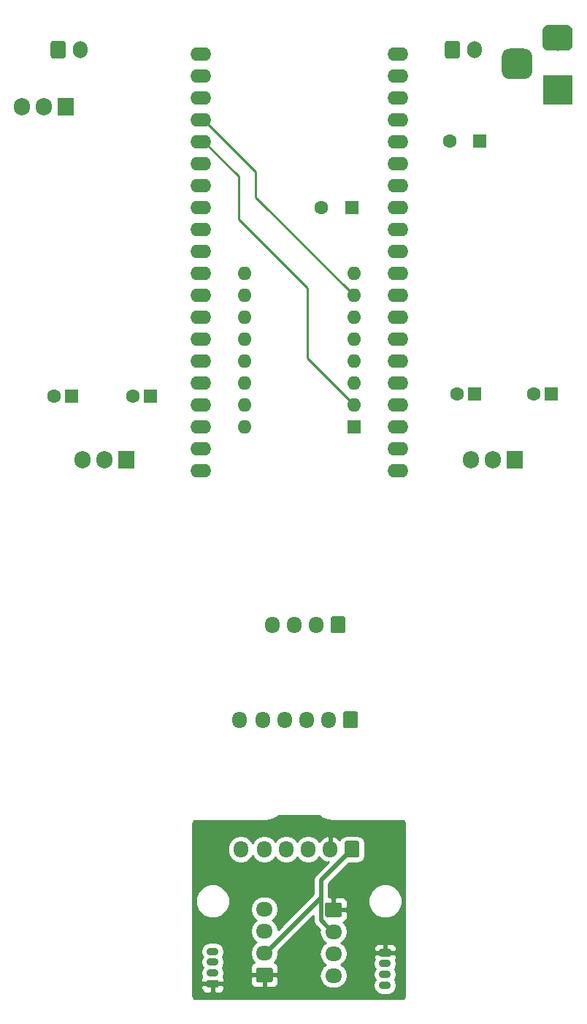
<source format=gbr>
G04 #@! TF.GenerationSoftware,KiCad,Pcbnew,(5.0.1-3-g963ef8bb5)*
G04 #@! TF.CreationDate,2018-11-18T00:16:37+02:00*
G04 #@! TF.ProjectId,volaser,766F6C617365722E6B696361645F7063,rev?*
G04 #@! TF.SameCoordinates,Original*
G04 #@! TF.FileFunction,Copper,L2,Bot,Signal*
G04 #@! TF.FilePolarity,Positive*
%FSLAX46Y46*%
G04 Gerber Fmt 4.6, Leading zero omitted, Abs format (unit mm)*
G04 Created by KiCad (PCBNEW (5.0.1-3-g963ef8bb5)) date Sunday, November 18, 2018 at 12:16:37 AM*
%MOMM*%
%LPD*%
G01*
G04 APERTURE LIST*
G04 #@! TA.AperFunction,Conductor*
%ADD10C,0.100000*%
G04 #@! TD*
G04 #@! TA.AperFunction,ComponentPad*
%ADD11C,1.700000*%
G04 #@! TD*
G04 #@! TA.AperFunction,ComponentPad*
%ADD12O,1.700000X1.950000*%
G04 #@! TD*
G04 #@! TA.AperFunction,ComponentPad*
%ADD13R,3.500000X3.500000*%
G04 #@! TD*
G04 #@! TA.AperFunction,ComponentPad*
%ADD14C,3.000000*%
G04 #@! TD*
G04 #@! TA.AperFunction,ComponentPad*
%ADD15C,3.500000*%
G04 #@! TD*
G04 #@! TA.AperFunction,ComponentPad*
%ADD16R,1.600000X1.600000*%
G04 #@! TD*
G04 #@! TA.AperFunction,ComponentPad*
%ADD17O,1.600000X1.600000*%
G04 #@! TD*
G04 #@! TA.AperFunction,ComponentPad*
%ADD18O,1.905000X2.000000*%
G04 #@! TD*
G04 #@! TA.AperFunction,ComponentPad*
%ADD19R,1.905000X2.000000*%
G04 #@! TD*
G04 #@! TA.AperFunction,ComponentPad*
%ADD20O,2.400000X1.600000*%
G04 #@! TD*
G04 #@! TA.AperFunction,ComponentPad*
%ADD21O,1.700000X2.000000*%
G04 #@! TD*
G04 #@! TA.AperFunction,ComponentPad*
%ADD22C,1.600000*%
G04 #@! TD*
G04 #@! TA.AperFunction,ComponentPad*
%ADD23O,1.950000X1.700000*%
G04 #@! TD*
G04 #@! TA.AperFunction,ComponentPad*
%ADD24O,1.400000X0.900000*%
G04 #@! TD*
G04 #@! TA.AperFunction,ComponentPad*
%ADD25C,0.900000*%
G04 #@! TD*
G04 #@! TA.AperFunction,Conductor*
%ADD26C,0.250000*%
G04 #@! TD*
G04 #@! TA.AperFunction,Conductor*
%ADD27C,0.500000*%
G04 #@! TD*
G04 #@! TA.AperFunction,Conductor*
%ADD28C,0.254000*%
G04 #@! TD*
G04 APERTURE END LIST*
D10*
G04 #@! TO.N,+5V*
G04 #@! TO.C,S1*
G36*
X111784504Y-137026204D02*
X111808773Y-137029804D01*
X111832571Y-137035765D01*
X111855671Y-137044030D01*
X111877849Y-137054520D01*
X111898893Y-137067133D01*
X111918598Y-137081747D01*
X111936777Y-137098223D01*
X111953253Y-137116402D01*
X111967867Y-137136107D01*
X111980480Y-137157151D01*
X111990970Y-137179329D01*
X111999235Y-137202429D01*
X112005196Y-137226227D01*
X112008796Y-137250496D01*
X112010000Y-137275000D01*
X112010000Y-138725000D01*
X112008796Y-138749504D01*
X112005196Y-138773773D01*
X111999235Y-138797571D01*
X111990970Y-138820671D01*
X111980480Y-138842849D01*
X111967867Y-138863893D01*
X111953253Y-138883598D01*
X111936777Y-138901777D01*
X111918598Y-138918253D01*
X111898893Y-138932867D01*
X111877849Y-138945480D01*
X111855671Y-138955970D01*
X111832571Y-138964235D01*
X111808773Y-138970196D01*
X111784504Y-138973796D01*
X111760000Y-138975000D01*
X110560000Y-138975000D01*
X110535496Y-138973796D01*
X110511227Y-138970196D01*
X110487429Y-138964235D01*
X110464329Y-138955970D01*
X110442151Y-138945480D01*
X110421107Y-138932867D01*
X110401402Y-138918253D01*
X110383223Y-138901777D01*
X110366747Y-138883598D01*
X110352133Y-138863893D01*
X110339520Y-138842849D01*
X110329030Y-138820671D01*
X110320765Y-138797571D01*
X110314804Y-138773773D01*
X110311204Y-138749504D01*
X110310000Y-138725000D01*
X110310000Y-137275000D01*
X110311204Y-137250496D01*
X110314804Y-137226227D01*
X110320765Y-137202429D01*
X110329030Y-137179329D01*
X110339520Y-137157151D01*
X110352133Y-137136107D01*
X110366747Y-137116402D01*
X110383223Y-137098223D01*
X110401402Y-137081747D01*
X110421107Y-137067133D01*
X110442151Y-137054520D01*
X110464329Y-137044030D01*
X110487429Y-137035765D01*
X110511227Y-137029804D01*
X110535496Y-137026204D01*
X110560000Y-137025000D01*
X111760000Y-137025000D01*
X111784504Y-137026204D01*
X111784504Y-137026204D01*
G37*
D11*
G04 #@! TD*
G04 #@! TO.P,S1,1*
G04 #@! TO.N,+5V*
X111160000Y-138000000D03*
D12*
G04 #@! TO.P,S1,2*
G04 #@! TO.N,GND*
X108620000Y-138000000D03*
G04 #@! TO.P,S1,3*
G04 #@! TO.N,/LaserV_RX*
X106080000Y-138000000D03*
G04 #@! TO.P,S1,4*
G04 #@! TO.N,/LaserV_TX*
X103540000Y-138000000D03*
G04 #@! TO.P,S1,5*
G04 #@! TO.N,/LaserH_RX*
X101000000Y-138000000D03*
G04 #@! TO.P,S1,6*
G04 #@! TO.N,/LaserH_TX*
X98260000Y-138000000D03*
G04 #@! TD*
D13*
G04 #@! TO.P,J4,1*
G04 #@! TO.N,Net-(BT1-Pad1)*
X135000000Y-50000000D03*
D10*
G04 #@! TD*
G04 #@! TO.N,GND*
G04 #@! TO.C,J4*
G36*
X136073513Y-42503611D02*
X136146318Y-42514411D01*
X136217714Y-42532295D01*
X136287013Y-42557090D01*
X136353548Y-42588559D01*
X136416678Y-42626398D01*
X136475795Y-42670242D01*
X136530330Y-42719670D01*
X136579758Y-42774205D01*
X136623602Y-42833322D01*
X136661441Y-42896452D01*
X136692910Y-42962987D01*
X136717705Y-43032286D01*
X136735589Y-43103682D01*
X136746389Y-43176487D01*
X136750000Y-43250000D01*
X136750000Y-44750000D01*
X136746389Y-44823513D01*
X136735589Y-44896318D01*
X136717705Y-44967714D01*
X136692910Y-45037013D01*
X136661441Y-45103548D01*
X136623602Y-45166678D01*
X136579758Y-45225795D01*
X136530330Y-45280330D01*
X136475795Y-45329758D01*
X136416678Y-45373602D01*
X136353548Y-45411441D01*
X136287013Y-45442910D01*
X136217714Y-45467705D01*
X136146318Y-45485589D01*
X136073513Y-45496389D01*
X136000000Y-45500000D01*
X134000000Y-45500000D01*
X133926487Y-45496389D01*
X133853682Y-45485589D01*
X133782286Y-45467705D01*
X133712987Y-45442910D01*
X133646452Y-45411441D01*
X133583322Y-45373602D01*
X133524205Y-45329758D01*
X133469670Y-45280330D01*
X133420242Y-45225795D01*
X133376398Y-45166678D01*
X133338559Y-45103548D01*
X133307090Y-45037013D01*
X133282295Y-44967714D01*
X133264411Y-44896318D01*
X133253611Y-44823513D01*
X133250000Y-44750000D01*
X133250000Y-43250000D01*
X133253611Y-43176487D01*
X133264411Y-43103682D01*
X133282295Y-43032286D01*
X133307090Y-42962987D01*
X133338559Y-42896452D01*
X133376398Y-42833322D01*
X133420242Y-42774205D01*
X133469670Y-42719670D01*
X133524205Y-42670242D01*
X133583322Y-42626398D01*
X133646452Y-42588559D01*
X133712987Y-42557090D01*
X133782286Y-42532295D01*
X133853682Y-42514411D01*
X133926487Y-42503611D01*
X134000000Y-42500000D01*
X136000000Y-42500000D01*
X136073513Y-42503611D01*
X136073513Y-42503611D01*
G37*
D14*
G04 #@! TO.P,J4,2*
G04 #@! TO.N,GND*
X135000000Y-44000000D03*
D10*
G04 #@! TD*
G04 #@! TO.N,Net-(J4-Pad3)*
G04 #@! TO.C,J4*
G36*
X131260765Y-45254213D02*
X131345704Y-45266813D01*
X131428999Y-45287677D01*
X131509848Y-45316605D01*
X131587472Y-45353319D01*
X131661124Y-45397464D01*
X131730094Y-45448616D01*
X131793718Y-45506282D01*
X131851384Y-45569906D01*
X131902536Y-45638876D01*
X131946681Y-45712528D01*
X131983395Y-45790152D01*
X132012323Y-45871001D01*
X132033187Y-45954296D01*
X132045787Y-46039235D01*
X132050000Y-46125000D01*
X132050000Y-47875000D01*
X132045787Y-47960765D01*
X132033187Y-48045704D01*
X132012323Y-48128999D01*
X131983395Y-48209848D01*
X131946681Y-48287472D01*
X131902536Y-48361124D01*
X131851384Y-48430094D01*
X131793718Y-48493718D01*
X131730094Y-48551384D01*
X131661124Y-48602536D01*
X131587472Y-48646681D01*
X131509848Y-48683395D01*
X131428999Y-48712323D01*
X131345704Y-48733187D01*
X131260765Y-48745787D01*
X131175000Y-48750000D01*
X129425000Y-48750000D01*
X129339235Y-48745787D01*
X129254296Y-48733187D01*
X129171001Y-48712323D01*
X129090152Y-48683395D01*
X129012528Y-48646681D01*
X128938876Y-48602536D01*
X128869906Y-48551384D01*
X128806282Y-48493718D01*
X128748616Y-48430094D01*
X128697464Y-48361124D01*
X128653319Y-48287472D01*
X128616605Y-48209848D01*
X128587677Y-48128999D01*
X128566813Y-48045704D01*
X128554213Y-47960765D01*
X128550000Y-47875000D01*
X128550000Y-46125000D01*
X128554213Y-46039235D01*
X128566813Y-45954296D01*
X128587677Y-45871001D01*
X128616605Y-45790152D01*
X128653319Y-45712528D01*
X128697464Y-45638876D01*
X128748616Y-45569906D01*
X128806282Y-45506282D01*
X128869906Y-45448616D01*
X128938876Y-45397464D01*
X129012528Y-45353319D01*
X129090152Y-45316605D01*
X129171001Y-45287677D01*
X129254296Y-45266813D01*
X129339235Y-45254213D01*
X129425000Y-45250000D01*
X131175000Y-45250000D01*
X131260765Y-45254213D01*
X131260765Y-45254213D01*
G37*
D15*
G04 #@! TO.P,J4,3*
G04 #@! TO.N,Net-(J4-Pad3)*
X130300000Y-47000000D03*
G04 #@! TD*
D16*
G04 #@! TO.P,A1,1*
G04 #@! TO.N,GND*
X111370000Y-89060000D03*
D17*
G04 #@! TO.P,A1,9*
G04 #@! TO.N,/~ENABLE*
X98670000Y-71280000D03*
G04 #@! TO.P,A1,2*
G04 #@! TO.N,+3V3*
X111370000Y-86520000D03*
G04 #@! TO.P,A1,10*
G04 #@! TO.N,/MS1*
X98670000Y-73820000D03*
G04 #@! TO.P,A1,3*
G04 #@! TO.N,Net-(A1-Pad3)*
X111370000Y-83980000D03*
G04 #@! TO.P,A1,11*
G04 #@! TO.N,/MS2*
X98670000Y-76360000D03*
G04 #@! TO.P,A1,4*
G04 #@! TO.N,Net-(A1-Pad4)*
X111370000Y-81440000D03*
G04 #@! TO.P,A1,12*
G04 #@! TO.N,/MS3*
X98670000Y-78900000D03*
G04 #@! TO.P,A1,5*
G04 #@! TO.N,Net-(A1-Pad5)*
X111370000Y-78900000D03*
G04 #@! TO.P,A1,13*
G04 #@! TO.N,Net-(A1-Pad13)*
X98670000Y-81440000D03*
G04 #@! TO.P,A1,6*
G04 #@! TO.N,Net-(A1-Pad6)*
X111370000Y-76360000D03*
G04 #@! TO.P,A1,14*
G04 #@! TO.N,Net-(A1-Pad13)*
X98670000Y-83980000D03*
G04 #@! TO.P,A1,7*
G04 #@! TO.N,GND*
X111370000Y-73820000D03*
G04 #@! TO.P,A1,15*
G04 #@! TO.N,/STEP*
X98670000Y-86520000D03*
G04 #@! TO.P,A1,8*
G04 #@! TO.N,+BATT*
X111370000Y-71280000D03*
G04 #@! TO.P,A1,16*
G04 #@! TO.N,/DIR*
X98670000Y-89060000D03*
G04 #@! TD*
D18*
G04 #@! TO.P,U1,3*
G04 #@! TO.N,+5V*
X124920000Y-92870000D03*
G04 #@! TO.P,U1,2*
G04 #@! TO.N,GND*
X127460000Y-92870000D03*
D19*
G04 #@! TO.P,U1,1*
G04 #@! TO.N,+BATT*
X130000000Y-92870000D03*
G04 #@! TD*
G04 #@! TO.P,U2,1*
G04 #@! TO.N,GND*
X85000000Y-92870000D03*
D18*
G04 #@! TO.P,U2,2*
G04 #@! TO.N,+3V3*
X82460000Y-92870000D03*
G04 #@! TO.P,U2,3*
G04 #@! TO.N,+BATT*
X79920000Y-92870000D03*
G04 #@! TD*
D20*
G04 #@! TO.P,U3,1*
G04 #@! TO.N,GND*
X93590000Y-45880000D03*
G04 #@! TO.P,U3,2*
G04 #@! TO.N,Net-(U3-Pad2)*
X93590000Y-48420000D03*
G04 #@! TO.P,U3,3*
G04 #@! TO.N,Net-(U3-Pad3)*
X93590000Y-50960000D03*
G04 #@! TO.P,U3,4*
G04 #@! TO.N,GND*
X93590000Y-53500000D03*
G04 #@! TO.P,U3,5*
G04 #@! TO.N,+3V3*
X93590000Y-56040000D03*
G04 #@! TO.P,U3,6*
G04 #@! TO.N,Net-(U3-Pad6)*
X93590000Y-58580000D03*
G04 #@! TO.P,U3,7*
G04 #@! TO.N,/LaserH_TX*
X93590000Y-61120000D03*
G04 #@! TO.P,U3,8*
G04 #@! TO.N,/LaserH_RX*
X93590000Y-63660000D03*
G04 #@! TO.P,U3,9*
G04 #@! TO.N,/LaserV_TX*
X93590000Y-66200000D03*
G04 #@! TO.P,U3,10*
G04 #@! TO.N,/LaserV_RX*
X93590000Y-68740000D03*
G04 #@! TO.P,U3,11*
G04 #@! TO.N,/~ENABLE*
X93590000Y-71280000D03*
G04 #@! TO.P,U3,12*
G04 #@! TO.N,/MS1*
X93590000Y-73820000D03*
G04 #@! TO.P,U3,13*
G04 #@! TO.N,/MS2*
X93590000Y-76360000D03*
G04 #@! TO.P,U3,14*
G04 #@! TO.N,/MS3*
X93590000Y-78900000D03*
G04 #@! TO.P,U3,15*
G04 #@! TO.N,/STEP*
X93590000Y-81440000D03*
G04 #@! TO.P,U3,16*
G04 #@! TO.N,/DIR*
X93590000Y-83980000D03*
G04 #@! TO.P,U3,17*
G04 #@! TO.N,Net-(U3-Pad17)*
X93590000Y-86520000D03*
G04 #@! TO.P,U3,18*
G04 #@! TO.N,Net-(U3-Pad18)*
X93590000Y-89060000D03*
G04 #@! TO.P,U3,19*
G04 #@! TO.N,Net-(U3-Pad19)*
X93590000Y-91600000D03*
G04 #@! TO.P,U3,20*
G04 #@! TO.N,Net-(U3-Pad20)*
X93590000Y-94140000D03*
G04 #@! TO.P,U3,21*
G04 #@! TO.N,Net-(U3-Pad21)*
X116450000Y-94140000D03*
G04 #@! TO.P,U3,22*
G04 #@! TO.N,Net-(U3-Pad22)*
X116450000Y-91600000D03*
G04 #@! TO.P,U3,23*
G04 #@! TO.N,Net-(U3-Pad23)*
X116450000Y-89060000D03*
G04 #@! TO.P,U3,24*
G04 #@! TO.N,Net-(U3-Pad24)*
X116450000Y-86520000D03*
G04 #@! TO.P,U3,25*
G04 #@! TO.N,Net-(U3-Pad25)*
X116450000Y-83980000D03*
G04 #@! TO.P,U3,26*
G04 #@! TO.N,Net-(U3-Pad26)*
X116450000Y-81440000D03*
G04 #@! TO.P,U3,27*
G04 #@! TO.N,Net-(U3-Pad27)*
X116450000Y-78900000D03*
G04 #@! TO.P,U3,28*
G04 #@! TO.N,Net-(U3-Pad28)*
X116450000Y-76360000D03*
G04 #@! TO.P,U3,29*
G04 #@! TO.N,Net-(U3-Pad29)*
X116450000Y-73820000D03*
G04 #@! TO.P,U3,30*
G04 #@! TO.N,Net-(U3-Pad30)*
X116450000Y-71280000D03*
G04 #@! TO.P,U3,31*
G04 #@! TO.N,Net-(U3-Pad31)*
X116450000Y-68740000D03*
G04 #@! TO.P,U3,32*
G04 #@! TO.N,Net-(U3-Pad32)*
X116450000Y-66200000D03*
G04 #@! TO.P,U3,33*
G04 #@! TO.N,Net-(U3-Pad33)*
X116450000Y-63660000D03*
G04 #@! TO.P,U3,34*
G04 #@! TO.N,Net-(U3-Pad34)*
X116450000Y-61120000D03*
G04 #@! TO.P,U3,35*
G04 #@! TO.N,Net-(U3-Pad35)*
X116450000Y-58580000D03*
G04 #@! TO.P,U3,36*
G04 #@! TO.N,Net-(U3-Pad36)*
X116450000Y-56040000D03*
G04 #@! TO.P,U3,37*
G04 #@! TO.N,Net-(U3-Pad37)*
X116450000Y-53500000D03*
G04 #@! TO.P,U3,38*
G04 #@! TO.N,Net-(U3-Pad38)*
X116450000Y-50960000D03*
G04 #@! TO.P,U3,39*
G04 #@! TO.N,Net-(U3-Pad39)*
X116450000Y-48420000D03*
G04 #@! TO.P,U3,40*
G04 #@! TO.N,Net-(U3-Pad40)*
X116450000Y-45880000D03*
G04 #@! TD*
D10*
G04 #@! TO.N,Net-(BT1-Pad1)*
G04 #@! TO.C,BT1*
G36*
X123424504Y-44373204D02*
X123448773Y-44376804D01*
X123472571Y-44382765D01*
X123495671Y-44391030D01*
X123517849Y-44401520D01*
X123538893Y-44414133D01*
X123558598Y-44428747D01*
X123576777Y-44445223D01*
X123593253Y-44463402D01*
X123607867Y-44483107D01*
X123620480Y-44504151D01*
X123630970Y-44526329D01*
X123639235Y-44549429D01*
X123645196Y-44573227D01*
X123648796Y-44597496D01*
X123650000Y-44622000D01*
X123650000Y-46122000D01*
X123648796Y-46146504D01*
X123645196Y-46170773D01*
X123639235Y-46194571D01*
X123630970Y-46217671D01*
X123620480Y-46239849D01*
X123607867Y-46260893D01*
X123593253Y-46280598D01*
X123576777Y-46298777D01*
X123558598Y-46315253D01*
X123538893Y-46329867D01*
X123517849Y-46342480D01*
X123495671Y-46352970D01*
X123472571Y-46361235D01*
X123448773Y-46367196D01*
X123424504Y-46370796D01*
X123400000Y-46372000D01*
X122200000Y-46372000D01*
X122175496Y-46370796D01*
X122151227Y-46367196D01*
X122127429Y-46361235D01*
X122104329Y-46352970D01*
X122082151Y-46342480D01*
X122061107Y-46329867D01*
X122041402Y-46315253D01*
X122023223Y-46298777D01*
X122006747Y-46280598D01*
X121992133Y-46260893D01*
X121979520Y-46239849D01*
X121969030Y-46217671D01*
X121960765Y-46194571D01*
X121954804Y-46170773D01*
X121951204Y-46146504D01*
X121950000Y-46122000D01*
X121950000Y-44622000D01*
X121951204Y-44597496D01*
X121954804Y-44573227D01*
X121960765Y-44549429D01*
X121969030Y-44526329D01*
X121979520Y-44504151D01*
X121992133Y-44483107D01*
X122006747Y-44463402D01*
X122023223Y-44445223D01*
X122041402Y-44428747D01*
X122061107Y-44414133D01*
X122082151Y-44401520D01*
X122104329Y-44391030D01*
X122127429Y-44382765D01*
X122151227Y-44376804D01*
X122175496Y-44373204D01*
X122200000Y-44372000D01*
X123400000Y-44372000D01*
X123424504Y-44373204D01*
X123424504Y-44373204D01*
G37*
D11*
G04 #@! TD*
G04 #@! TO.P,BT1,1*
G04 #@! TO.N,Net-(BT1-Pad1)*
X122800000Y-45372000D03*
D21*
G04 #@! TO.P,BT1,2*
G04 #@! TO.N,GND*
X125340000Y-45372000D03*
G04 #@! TD*
D16*
G04 #@! TO.P,C5,1*
G04 #@! TO.N,+BATT*
X111116000Y-63660000D03*
D22*
G04 #@! TO.P,C5,2*
G04 #@! TO.N,GND*
X107616000Y-63660000D03*
G04 #@! TD*
D10*
G04 #@! TO.N,GND*
G04 #@! TO.C,J1*
G36*
X109749504Y-144151204D02*
X109773773Y-144154804D01*
X109797571Y-144160765D01*
X109820671Y-144169030D01*
X109842849Y-144179520D01*
X109863893Y-144192133D01*
X109883598Y-144206747D01*
X109901777Y-144223223D01*
X109918253Y-144241402D01*
X109932867Y-144261107D01*
X109945480Y-144282151D01*
X109955970Y-144304329D01*
X109964235Y-144327429D01*
X109970196Y-144351227D01*
X109973796Y-144375496D01*
X109975000Y-144400000D01*
X109975000Y-145600000D01*
X109973796Y-145624504D01*
X109970196Y-145648773D01*
X109964235Y-145672571D01*
X109955970Y-145695671D01*
X109945480Y-145717849D01*
X109932867Y-145738893D01*
X109918253Y-145758598D01*
X109901777Y-145776777D01*
X109883598Y-145793253D01*
X109863893Y-145807867D01*
X109842849Y-145820480D01*
X109820671Y-145830970D01*
X109797571Y-145839235D01*
X109773773Y-145845196D01*
X109749504Y-145848796D01*
X109725000Y-145850000D01*
X108275000Y-145850000D01*
X108250496Y-145848796D01*
X108226227Y-145845196D01*
X108202429Y-145839235D01*
X108179329Y-145830970D01*
X108157151Y-145820480D01*
X108136107Y-145807867D01*
X108116402Y-145793253D01*
X108098223Y-145776777D01*
X108081747Y-145758598D01*
X108067133Y-145738893D01*
X108054520Y-145717849D01*
X108044030Y-145695671D01*
X108035765Y-145672571D01*
X108029804Y-145648773D01*
X108026204Y-145624504D01*
X108025000Y-145600000D01*
X108025000Y-144400000D01*
X108026204Y-144375496D01*
X108029804Y-144351227D01*
X108035765Y-144327429D01*
X108044030Y-144304329D01*
X108054520Y-144282151D01*
X108067133Y-144261107D01*
X108081747Y-144241402D01*
X108098223Y-144223223D01*
X108116402Y-144206747D01*
X108136107Y-144192133D01*
X108157151Y-144179520D01*
X108179329Y-144169030D01*
X108202429Y-144160765D01*
X108226227Y-144154804D01*
X108250496Y-144151204D01*
X108275000Y-144150000D01*
X109725000Y-144150000D01*
X109749504Y-144151204D01*
X109749504Y-144151204D01*
G37*
D11*
G04 #@! TD*
G04 #@! TO.P,J1,1*
G04 #@! TO.N,GND*
X109000000Y-145000000D03*
D23*
G04 #@! TO.P,J1,2*
G04 #@! TO.N,+5V*
X109000000Y-147540000D03*
G04 #@! TO.P,J1,3*
G04 #@! TO.N,/LaserV_RX*
X109000000Y-150080000D03*
G04 #@! TO.P,J1,4*
G04 #@! TO.N,/LaserV_TX*
X109000000Y-152620000D03*
G04 #@! TD*
G04 #@! TO.P,J2,4*
G04 #@! TO.N,/LaserH_TX*
X101000000Y-144940000D03*
G04 #@! TO.P,J2,3*
G04 #@! TO.N,/LaserH_RX*
X101000000Y-147480000D03*
G04 #@! TO.P,J2,2*
G04 #@! TO.N,+5V*
X101000000Y-150020000D03*
D10*
G04 #@! TD*
G04 #@! TO.N,GND*
G04 #@! TO.C,J2*
G36*
X101749504Y-151711204D02*
X101773773Y-151714804D01*
X101797571Y-151720765D01*
X101820671Y-151729030D01*
X101842849Y-151739520D01*
X101863893Y-151752133D01*
X101883598Y-151766747D01*
X101901777Y-151783223D01*
X101918253Y-151801402D01*
X101932867Y-151821107D01*
X101945480Y-151842151D01*
X101955970Y-151864329D01*
X101964235Y-151887429D01*
X101970196Y-151911227D01*
X101973796Y-151935496D01*
X101975000Y-151960000D01*
X101975000Y-153160000D01*
X101973796Y-153184504D01*
X101970196Y-153208773D01*
X101964235Y-153232571D01*
X101955970Y-153255671D01*
X101945480Y-153277849D01*
X101932867Y-153298893D01*
X101918253Y-153318598D01*
X101901777Y-153336777D01*
X101883598Y-153353253D01*
X101863893Y-153367867D01*
X101842849Y-153380480D01*
X101820671Y-153390970D01*
X101797571Y-153399235D01*
X101773773Y-153405196D01*
X101749504Y-153408796D01*
X101725000Y-153410000D01*
X100275000Y-153410000D01*
X100250496Y-153408796D01*
X100226227Y-153405196D01*
X100202429Y-153399235D01*
X100179329Y-153390970D01*
X100157151Y-153380480D01*
X100136107Y-153367867D01*
X100116402Y-153353253D01*
X100098223Y-153336777D01*
X100081747Y-153318598D01*
X100067133Y-153298893D01*
X100054520Y-153277849D01*
X100044030Y-153255671D01*
X100035765Y-153232571D01*
X100029804Y-153208773D01*
X100026204Y-153184504D01*
X100025000Y-153160000D01*
X100025000Y-151960000D01*
X100026204Y-151935496D01*
X100029804Y-151911227D01*
X100035765Y-151887429D01*
X100044030Y-151864329D01*
X100054520Y-151842151D01*
X100067133Y-151821107D01*
X100081747Y-151801402D01*
X100098223Y-151783223D01*
X100116402Y-151766747D01*
X100136107Y-151752133D01*
X100157151Y-151739520D01*
X100179329Y-151729030D01*
X100202429Y-151720765D01*
X100226227Y-151714804D01*
X100250496Y-151711204D01*
X100275000Y-151710000D01*
X101725000Y-151710000D01*
X101749504Y-151711204D01*
X101749504Y-151711204D01*
G37*
D11*
G04 #@! TO.P,J2,1*
G04 #@! TO.N,GND*
X101000000Y-152560000D03*
G04 #@! TD*
D24*
G04 #@! TO.P,L1,4*
G04 #@! TO.N,/LaserV_TX*
X115000000Y-153730000D03*
G04 #@! TO.P,L1,3*
G04 #@! TO.N,/LaserV_RX*
X115000000Y-152480000D03*
G04 #@! TO.P,L1,2*
G04 #@! TO.N,+5V*
X115000000Y-151230000D03*
D10*
G04 #@! TD*
G04 #@! TO.N,GND*
G04 #@! TO.C,L1*
G36*
X115497054Y-149531083D02*
X115518895Y-149534323D01*
X115540314Y-149539688D01*
X115561104Y-149547127D01*
X115581064Y-149556568D01*
X115600003Y-149567919D01*
X115617738Y-149581073D01*
X115634099Y-149595901D01*
X115648927Y-149612262D01*
X115662081Y-149629997D01*
X115673432Y-149648936D01*
X115682873Y-149668896D01*
X115690312Y-149689686D01*
X115695677Y-149711105D01*
X115698917Y-149732946D01*
X115700000Y-149755000D01*
X115700000Y-150205000D01*
X115698917Y-150227054D01*
X115695677Y-150248895D01*
X115690312Y-150270314D01*
X115682873Y-150291104D01*
X115673432Y-150311064D01*
X115662081Y-150330003D01*
X115648927Y-150347738D01*
X115634099Y-150364099D01*
X115617738Y-150378927D01*
X115600003Y-150392081D01*
X115581064Y-150403432D01*
X115561104Y-150412873D01*
X115540314Y-150420312D01*
X115518895Y-150425677D01*
X115497054Y-150428917D01*
X115475000Y-150430000D01*
X114525000Y-150430000D01*
X114502946Y-150428917D01*
X114481105Y-150425677D01*
X114459686Y-150420312D01*
X114438896Y-150412873D01*
X114418936Y-150403432D01*
X114399997Y-150392081D01*
X114382262Y-150378927D01*
X114365901Y-150364099D01*
X114351073Y-150347738D01*
X114337919Y-150330003D01*
X114326568Y-150311064D01*
X114317127Y-150291104D01*
X114309688Y-150270314D01*
X114304323Y-150248895D01*
X114301083Y-150227054D01*
X114300000Y-150205000D01*
X114300000Y-149755000D01*
X114301083Y-149732946D01*
X114304323Y-149711105D01*
X114309688Y-149689686D01*
X114317127Y-149668896D01*
X114326568Y-149648936D01*
X114337919Y-149629997D01*
X114351073Y-149612262D01*
X114365901Y-149595901D01*
X114382262Y-149581073D01*
X114399997Y-149567919D01*
X114418936Y-149556568D01*
X114438896Y-149547127D01*
X114459686Y-149539688D01*
X114481105Y-149534323D01*
X114502946Y-149531083D01*
X114525000Y-149530000D01*
X115475000Y-149530000D01*
X115497054Y-149531083D01*
X115497054Y-149531083D01*
G37*
D25*
G04 #@! TO.P,L1,1*
G04 #@! TO.N,GND*
X115000000Y-149980000D03*
G04 #@! TD*
D10*
G04 #@! TO.N,GND*
G04 #@! TO.C,L2*
G36*
X95497054Y-153127083D02*
X95518895Y-153130323D01*
X95540314Y-153135688D01*
X95561104Y-153143127D01*
X95581064Y-153152568D01*
X95600003Y-153163919D01*
X95617738Y-153177073D01*
X95634099Y-153191901D01*
X95648927Y-153208262D01*
X95662081Y-153225997D01*
X95673432Y-153244936D01*
X95682873Y-153264896D01*
X95690312Y-153285686D01*
X95695677Y-153307105D01*
X95698917Y-153328946D01*
X95700000Y-153351000D01*
X95700000Y-153801000D01*
X95698917Y-153823054D01*
X95695677Y-153844895D01*
X95690312Y-153866314D01*
X95682873Y-153887104D01*
X95673432Y-153907064D01*
X95662081Y-153926003D01*
X95648927Y-153943738D01*
X95634099Y-153960099D01*
X95617738Y-153974927D01*
X95600003Y-153988081D01*
X95581064Y-153999432D01*
X95561104Y-154008873D01*
X95540314Y-154016312D01*
X95518895Y-154021677D01*
X95497054Y-154024917D01*
X95475000Y-154026000D01*
X94525000Y-154026000D01*
X94502946Y-154024917D01*
X94481105Y-154021677D01*
X94459686Y-154016312D01*
X94438896Y-154008873D01*
X94418936Y-153999432D01*
X94399997Y-153988081D01*
X94382262Y-153974927D01*
X94365901Y-153960099D01*
X94351073Y-153943738D01*
X94337919Y-153926003D01*
X94326568Y-153907064D01*
X94317127Y-153887104D01*
X94309688Y-153866314D01*
X94304323Y-153844895D01*
X94301083Y-153823054D01*
X94300000Y-153801000D01*
X94300000Y-153351000D01*
X94301083Y-153328946D01*
X94304323Y-153307105D01*
X94309688Y-153285686D01*
X94317127Y-153264896D01*
X94326568Y-153244936D01*
X94337919Y-153225997D01*
X94351073Y-153208262D01*
X94365901Y-153191901D01*
X94382262Y-153177073D01*
X94399997Y-153163919D01*
X94418936Y-153152568D01*
X94438896Y-153143127D01*
X94459686Y-153135688D01*
X94481105Y-153130323D01*
X94502946Y-153127083D01*
X94525000Y-153126000D01*
X95475000Y-153126000D01*
X95497054Y-153127083D01*
X95497054Y-153127083D01*
G37*
D25*
G04 #@! TD*
G04 #@! TO.P,L2,1*
G04 #@! TO.N,GND*
X95000000Y-153576000D03*
D24*
G04 #@! TO.P,L2,2*
G04 #@! TO.N,+5V*
X95000000Y-152326000D03*
G04 #@! TO.P,L2,3*
G04 #@! TO.N,/LaserH_RX*
X95000000Y-151076000D03*
G04 #@! TO.P,L2,4*
G04 #@! TO.N,/LaserH_TX*
X95000000Y-149826000D03*
G04 #@! TD*
D21*
G04 #@! TO.P,SW1,2*
G04 #@! TO.N,Net-(Q1-Pad2)*
X79620000Y-45372000D03*
D10*
G04 #@! TD*
G04 #@! TO.N,Net-(BT1-Pad1)*
G04 #@! TO.C,SW1*
G36*
X77704504Y-44373204D02*
X77728773Y-44376804D01*
X77752571Y-44382765D01*
X77775671Y-44391030D01*
X77797849Y-44401520D01*
X77818893Y-44414133D01*
X77838598Y-44428747D01*
X77856777Y-44445223D01*
X77873253Y-44463402D01*
X77887867Y-44483107D01*
X77900480Y-44504151D01*
X77910970Y-44526329D01*
X77919235Y-44549429D01*
X77925196Y-44573227D01*
X77928796Y-44597496D01*
X77930000Y-44622000D01*
X77930000Y-46122000D01*
X77928796Y-46146504D01*
X77925196Y-46170773D01*
X77919235Y-46194571D01*
X77910970Y-46217671D01*
X77900480Y-46239849D01*
X77887867Y-46260893D01*
X77873253Y-46280598D01*
X77856777Y-46298777D01*
X77838598Y-46315253D01*
X77818893Y-46329867D01*
X77797849Y-46342480D01*
X77775671Y-46352970D01*
X77752571Y-46361235D01*
X77728773Y-46367196D01*
X77704504Y-46370796D01*
X77680000Y-46372000D01*
X76480000Y-46372000D01*
X76455496Y-46370796D01*
X76431227Y-46367196D01*
X76407429Y-46361235D01*
X76384329Y-46352970D01*
X76362151Y-46342480D01*
X76341107Y-46329867D01*
X76321402Y-46315253D01*
X76303223Y-46298777D01*
X76286747Y-46280598D01*
X76272133Y-46260893D01*
X76259520Y-46239849D01*
X76249030Y-46217671D01*
X76240765Y-46194571D01*
X76234804Y-46170773D01*
X76231204Y-46146504D01*
X76230000Y-46122000D01*
X76230000Y-44622000D01*
X76231204Y-44597496D01*
X76234804Y-44573227D01*
X76240765Y-44549429D01*
X76249030Y-44526329D01*
X76259520Y-44504151D01*
X76272133Y-44483107D01*
X76286747Y-44463402D01*
X76303223Y-44445223D01*
X76321402Y-44428747D01*
X76341107Y-44414133D01*
X76362151Y-44401520D01*
X76384329Y-44391030D01*
X76407429Y-44382765D01*
X76431227Y-44376804D01*
X76455496Y-44373204D01*
X76480000Y-44372000D01*
X77680000Y-44372000D01*
X77704504Y-44373204D01*
X77704504Y-44373204D01*
G37*
D11*
G04 #@! TO.P,SW1,1*
G04 #@! TO.N,Net-(BT1-Pad1)*
X77080000Y-45372000D03*
G04 #@! TD*
D10*
G04 #@! TO.N,+5V*
G04 #@! TO.C,J3*
G36*
X111624504Y-122026204D02*
X111648773Y-122029804D01*
X111672571Y-122035765D01*
X111695671Y-122044030D01*
X111717849Y-122054520D01*
X111738893Y-122067133D01*
X111758598Y-122081747D01*
X111776777Y-122098223D01*
X111793253Y-122116402D01*
X111807867Y-122136107D01*
X111820480Y-122157151D01*
X111830970Y-122179329D01*
X111839235Y-122202429D01*
X111845196Y-122226227D01*
X111848796Y-122250496D01*
X111850000Y-122275000D01*
X111850000Y-123725000D01*
X111848796Y-123749504D01*
X111845196Y-123773773D01*
X111839235Y-123797571D01*
X111830970Y-123820671D01*
X111820480Y-123842849D01*
X111807867Y-123863893D01*
X111793253Y-123883598D01*
X111776777Y-123901777D01*
X111758598Y-123918253D01*
X111738893Y-123932867D01*
X111717849Y-123945480D01*
X111695671Y-123955970D01*
X111672571Y-123964235D01*
X111648773Y-123970196D01*
X111624504Y-123973796D01*
X111600000Y-123975000D01*
X110400000Y-123975000D01*
X110375496Y-123973796D01*
X110351227Y-123970196D01*
X110327429Y-123964235D01*
X110304329Y-123955970D01*
X110282151Y-123945480D01*
X110261107Y-123932867D01*
X110241402Y-123918253D01*
X110223223Y-123901777D01*
X110206747Y-123883598D01*
X110192133Y-123863893D01*
X110179520Y-123842849D01*
X110169030Y-123820671D01*
X110160765Y-123797571D01*
X110154804Y-123773773D01*
X110151204Y-123749504D01*
X110150000Y-123725000D01*
X110150000Y-122275000D01*
X110151204Y-122250496D01*
X110154804Y-122226227D01*
X110160765Y-122202429D01*
X110169030Y-122179329D01*
X110179520Y-122157151D01*
X110192133Y-122136107D01*
X110206747Y-122116402D01*
X110223223Y-122098223D01*
X110241402Y-122081747D01*
X110261107Y-122067133D01*
X110282151Y-122054520D01*
X110304329Y-122044030D01*
X110327429Y-122035765D01*
X110351227Y-122029804D01*
X110375496Y-122026204D01*
X110400000Y-122025000D01*
X111600000Y-122025000D01*
X111624504Y-122026204D01*
X111624504Y-122026204D01*
G37*
D11*
G04 #@! TD*
G04 #@! TO.P,J3,1*
G04 #@! TO.N,+5V*
X111000000Y-123000000D03*
D12*
G04 #@! TO.P,J3,2*
G04 #@! TO.N,GND*
X108460000Y-123000000D03*
G04 #@! TO.P,J3,3*
G04 #@! TO.N,/LaserV_RX*
X105920000Y-123000000D03*
G04 #@! TO.P,J3,4*
G04 #@! TO.N,/LaserV_TX*
X103380000Y-123000000D03*
G04 #@! TO.P,J3,5*
G04 #@! TO.N,/LaserH_RX*
X100840000Y-123000000D03*
G04 #@! TO.P,J3,6*
G04 #@! TO.N,/LaserH_TX*
X98100000Y-123000000D03*
G04 #@! TD*
D10*
G04 #@! TO.N,Net-(A1-Pad3)*
G04 #@! TO.C,M1*
G36*
X110164504Y-111026204D02*
X110188773Y-111029804D01*
X110212571Y-111035765D01*
X110235671Y-111044030D01*
X110257849Y-111054520D01*
X110278893Y-111067133D01*
X110298598Y-111081747D01*
X110316777Y-111098223D01*
X110333253Y-111116402D01*
X110347867Y-111136107D01*
X110360480Y-111157151D01*
X110370970Y-111179329D01*
X110379235Y-111202429D01*
X110385196Y-111226227D01*
X110388796Y-111250496D01*
X110390000Y-111275000D01*
X110390000Y-112725000D01*
X110388796Y-112749504D01*
X110385196Y-112773773D01*
X110379235Y-112797571D01*
X110370970Y-112820671D01*
X110360480Y-112842849D01*
X110347867Y-112863893D01*
X110333253Y-112883598D01*
X110316777Y-112901777D01*
X110298598Y-112918253D01*
X110278893Y-112932867D01*
X110257849Y-112945480D01*
X110235671Y-112955970D01*
X110212571Y-112964235D01*
X110188773Y-112970196D01*
X110164504Y-112973796D01*
X110140000Y-112975000D01*
X108940000Y-112975000D01*
X108915496Y-112973796D01*
X108891227Y-112970196D01*
X108867429Y-112964235D01*
X108844329Y-112955970D01*
X108822151Y-112945480D01*
X108801107Y-112932867D01*
X108781402Y-112918253D01*
X108763223Y-112901777D01*
X108746747Y-112883598D01*
X108732133Y-112863893D01*
X108719520Y-112842849D01*
X108709030Y-112820671D01*
X108700765Y-112797571D01*
X108694804Y-112773773D01*
X108691204Y-112749504D01*
X108690000Y-112725000D01*
X108690000Y-111275000D01*
X108691204Y-111250496D01*
X108694804Y-111226227D01*
X108700765Y-111202429D01*
X108709030Y-111179329D01*
X108719520Y-111157151D01*
X108732133Y-111136107D01*
X108746747Y-111116402D01*
X108763223Y-111098223D01*
X108781402Y-111081747D01*
X108801107Y-111067133D01*
X108822151Y-111054520D01*
X108844329Y-111044030D01*
X108867429Y-111035765D01*
X108891227Y-111029804D01*
X108915496Y-111026204D01*
X108940000Y-111025000D01*
X110140000Y-111025000D01*
X110164504Y-111026204D01*
X110164504Y-111026204D01*
G37*
D11*
G04 #@! TD*
G04 #@! TO.P,M1,1*
G04 #@! TO.N,Net-(A1-Pad3)*
X109540000Y-112000000D03*
D12*
G04 #@! TO.P,M1,2*
G04 #@! TO.N,Net-(A1-Pad4)*
X107000000Y-112000000D03*
G04 #@! TO.P,M1,3*
G04 #@! TO.N,Net-(A1-Pad5)*
X104460000Y-112000000D03*
G04 #@! TO.P,M1,4*
G04 #@! TO.N,Net-(A1-Pad6)*
X101920000Y-112000000D03*
G04 #@! TD*
D16*
G04 #@! TO.P,C6,1*
G04 #@! TO.N,Net-(BT1-Pad1)*
X126000000Y-56000000D03*
D22*
G04 #@! TO.P,C6,2*
G04 #@! TO.N,GND*
X122500000Y-56000000D03*
G04 #@! TD*
D16*
G04 #@! TO.P,C1,1*
G04 #@! TO.N,GND*
X134230000Y-85250000D03*
D22*
G04 #@! TO.P,C1,2*
G04 #@! TO.N,+BATT*
X132230000Y-85250000D03*
G04 #@! TD*
G04 #@! TO.P,C2,2*
G04 #@! TO.N,GND*
X123340000Y-85250000D03*
D16*
G04 #@! TO.P,C2,1*
G04 #@! TO.N,+5V*
X125340000Y-85250000D03*
G04 #@! TD*
G04 #@! TO.P,C3,1*
G04 #@! TO.N,+BATT*
X78604000Y-85504000D03*
D22*
G04 #@! TO.P,C3,2*
G04 #@! TO.N,GND*
X76604000Y-85504000D03*
G04 #@! TD*
G04 #@! TO.P,C4,2*
G04 #@! TO.N,GND*
X85748000Y-85504000D03*
D16*
G04 #@! TO.P,C4,1*
G04 #@! TO.N,+3V3*
X87748000Y-85504000D03*
G04 #@! TD*
D19*
G04 #@! TO.P,Q1,1*
G04 #@! TO.N,GND*
X78000000Y-52000000D03*
D18*
G04 #@! TO.P,Q1,2*
G04 #@! TO.N,Net-(Q1-Pad2)*
X75460000Y-52000000D03*
G04 #@! TO.P,Q1,3*
G04 #@! TO.N,+BATT*
X72920000Y-52000000D03*
G04 #@! TD*
D26*
G04 #@! TO.N,GND*
X93990000Y-53500000D02*
X100000000Y-59510000D01*
X93590000Y-53500000D02*
X93990000Y-53500000D01*
X100000000Y-62450000D02*
X111370000Y-73820000D01*
X100000000Y-59510000D02*
X100000000Y-62450000D01*
D27*
G04 #@! TO.N,+5V*
X101125000Y-150020000D02*
X101000000Y-150020000D01*
X107574990Y-143570010D02*
X101125000Y-150020000D01*
X111160000Y-138000000D02*
X107574990Y-141585010D01*
X107574990Y-146239990D02*
X107574990Y-143000000D01*
X109000000Y-147540000D02*
X108875000Y-147540000D01*
X107574990Y-143000000D02*
X107574990Y-143570010D01*
X108875000Y-147540000D02*
X107574990Y-146239990D01*
X107574990Y-141585010D02*
X107574990Y-143000000D01*
D26*
G04 #@! TO.N,+3V3*
X93590000Y-56040000D02*
X93990000Y-56040000D01*
X106000000Y-81150000D02*
X111370000Y-86520000D01*
X106000000Y-73000000D02*
X106000000Y-81150000D01*
X93990000Y-56040000D02*
X98000000Y-60050000D01*
X98000000Y-60050000D02*
X98000000Y-65000000D01*
X98000000Y-65000000D02*
X106000000Y-73000000D01*
G04 #@! TD*
D28*
G04 #@! TO.N,GND*
G36*
X107458998Y-134222776D02*
X107540193Y-134274702D01*
X107620716Y-134327596D01*
X107628586Y-134331232D01*
X107628589Y-134331234D01*
X107628592Y-134331235D01*
X108144799Y-134565940D01*
X108237278Y-134592983D01*
X108329435Y-134621158D01*
X108338012Y-134622440D01*
X108338014Y-134622440D01*
X108880334Y-134700106D01*
X108930074Y-134710000D01*
X116930070Y-134710000D01*
X117105655Y-134744926D01*
X117195225Y-134804774D01*
X117255074Y-134894345D01*
X117290000Y-135069930D01*
X117290001Y-154930065D01*
X117255074Y-155105655D01*
X117195225Y-155195226D01*
X117105655Y-155255074D01*
X116930070Y-155290000D01*
X93069930Y-155290000D01*
X92894345Y-155255074D01*
X92804774Y-155195225D01*
X92744926Y-155105655D01*
X92710000Y-154930070D01*
X92710000Y-153861750D01*
X93665000Y-153861750D01*
X93665000Y-154152309D01*
X93761673Y-154385698D01*
X93940301Y-154564327D01*
X94173690Y-154661000D01*
X94714250Y-154661000D01*
X94873000Y-154502250D01*
X94873000Y-153703000D01*
X95127000Y-153703000D01*
X95127000Y-154502250D01*
X95285750Y-154661000D01*
X95826310Y-154661000D01*
X96059699Y-154564327D01*
X96238327Y-154385698D01*
X96335000Y-154152309D01*
X96335000Y-153861750D01*
X96176250Y-153703000D01*
X95127000Y-153703000D01*
X94873000Y-153703000D01*
X93823750Y-153703000D01*
X93665000Y-153861750D01*
X92710000Y-153861750D01*
X92710000Y-149826000D01*
X93643744Y-149826000D01*
X93727953Y-150249346D01*
X93862694Y-150451000D01*
X93727953Y-150652654D01*
X93643744Y-151076000D01*
X93727953Y-151499346D01*
X93862694Y-151701000D01*
X93727953Y-151902654D01*
X93643744Y-152326000D01*
X93727953Y-152749346D01*
X93753105Y-152786988D01*
X93665000Y-152999691D01*
X93665000Y-153290250D01*
X93823750Y-153449000D01*
X94873000Y-153449000D01*
X94873000Y-153429000D01*
X95127000Y-153429000D01*
X95127000Y-153449000D01*
X96176250Y-153449000D01*
X96335000Y-153290250D01*
X96335000Y-152999691D01*
X96271236Y-152845750D01*
X99390000Y-152845750D01*
X99390000Y-153536309D01*
X99486673Y-153769698D01*
X99665301Y-153948327D01*
X99898690Y-154045000D01*
X100714250Y-154045000D01*
X100873000Y-153886250D01*
X100873000Y-152687000D01*
X101127000Y-152687000D01*
X101127000Y-153886250D01*
X101285750Y-154045000D01*
X102101310Y-154045000D01*
X102334699Y-153948327D01*
X102513327Y-153769698D01*
X102610000Y-153536309D01*
X102610000Y-152845750D01*
X102451250Y-152687000D01*
X101127000Y-152687000D01*
X100873000Y-152687000D01*
X99548750Y-152687000D01*
X99390000Y-152845750D01*
X96271236Y-152845750D01*
X96246895Y-152786988D01*
X96272047Y-152749346D01*
X96356256Y-152326000D01*
X96272047Y-151902654D01*
X96137306Y-151701000D01*
X96272047Y-151499346D01*
X96356256Y-151076000D01*
X96272047Y-150652654D01*
X96137306Y-150451000D01*
X96272047Y-150249346D01*
X96356256Y-149826000D01*
X96272047Y-149402654D01*
X96032241Y-149043759D01*
X95673346Y-148803953D01*
X95356861Y-148741000D01*
X94643139Y-148741000D01*
X94326654Y-148803953D01*
X93967759Y-149043759D01*
X93727953Y-149402654D01*
X93643744Y-149826000D01*
X92710000Y-149826000D01*
X92710000Y-143605159D01*
X93015000Y-143605159D01*
X93015000Y-144394841D01*
X93317199Y-145124412D01*
X93875588Y-145682801D01*
X94605159Y-145985000D01*
X95394841Y-145985000D01*
X96124412Y-145682801D01*
X96682801Y-145124412D01*
X96985000Y-144394841D01*
X96985000Y-143605159D01*
X96682801Y-142875588D01*
X96124412Y-142317199D01*
X95394841Y-142015000D01*
X94605159Y-142015000D01*
X93875588Y-142317199D01*
X93317199Y-142875588D01*
X93015000Y-143605159D01*
X92710000Y-143605159D01*
X92710000Y-137728744D01*
X96775000Y-137728744D01*
X96775000Y-138271255D01*
X96861161Y-138704417D01*
X97189375Y-139195625D01*
X97680582Y-139523839D01*
X98260000Y-139639092D01*
X98839417Y-139523839D01*
X99330625Y-139195625D01*
X99630000Y-138747578D01*
X99929375Y-139195625D01*
X100420582Y-139523839D01*
X101000000Y-139639092D01*
X101579417Y-139523839D01*
X102070625Y-139195625D01*
X102270000Y-138897239D01*
X102469375Y-139195625D01*
X102960582Y-139523839D01*
X103540000Y-139639092D01*
X104119417Y-139523839D01*
X104610625Y-139195625D01*
X104810000Y-138897239D01*
X105009375Y-139195625D01*
X105500582Y-139523839D01*
X106080000Y-139639092D01*
X106659417Y-139523839D01*
X107150625Y-139195625D01*
X107351912Y-138894378D01*
X107354947Y-138902571D01*
X107748807Y-139327497D01*
X108263110Y-139566476D01*
X108430041Y-139478381D01*
X107010837Y-140897585D01*
X106936941Y-140946961D01*
X106741338Y-141239701D01*
X106689990Y-141497846D01*
X106689990Y-141497849D01*
X106672653Y-141585010D01*
X106689990Y-141672171D01*
X106689991Y-142912832D01*
X106689990Y-142912836D01*
X106689990Y-143203431D01*
X102601651Y-147291771D01*
X102523839Y-146900582D01*
X102195625Y-146409375D01*
X101897239Y-146210000D01*
X102195625Y-146010625D01*
X102523839Y-145519418D01*
X102639092Y-144940000D01*
X102523839Y-144360582D01*
X102195625Y-143869375D01*
X101704418Y-143541161D01*
X101271256Y-143455000D01*
X100728744Y-143455000D01*
X100295582Y-143541161D01*
X99804375Y-143869375D01*
X99476161Y-144360582D01*
X99360908Y-144940000D01*
X99476161Y-145519418D01*
X99804375Y-146010625D01*
X100102761Y-146210000D01*
X99804375Y-146409375D01*
X99476161Y-146900582D01*
X99360908Y-147480000D01*
X99476161Y-148059418D01*
X99804375Y-148550625D01*
X100102761Y-148750000D01*
X99804375Y-148949375D01*
X99476161Y-149440582D01*
X99360908Y-150020000D01*
X99476161Y-150599418D01*
X99804375Y-151090625D01*
X99826032Y-151105096D01*
X99665301Y-151171673D01*
X99486673Y-151350302D01*
X99390000Y-151583691D01*
X99390000Y-152274250D01*
X99548750Y-152433000D01*
X100873000Y-152433000D01*
X100873000Y-152413000D01*
X101127000Y-152413000D01*
X101127000Y-152433000D01*
X102451250Y-152433000D01*
X102610000Y-152274250D01*
X102610000Y-151583691D01*
X102513327Y-151350302D01*
X102334699Y-151171673D01*
X102173968Y-151105096D01*
X102195625Y-151090625D01*
X102523839Y-150599418D01*
X102639092Y-150020000D01*
X102595538Y-149801040D01*
X106689990Y-145706589D01*
X106689990Y-146152829D01*
X106672653Y-146239990D01*
X106689990Y-146327151D01*
X106689990Y-146327154D01*
X106741338Y-146585299D01*
X106936941Y-146878039D01*
X107010837Y-146927415D01*
X107404462Y-147321040D01*
X107360908Y-147540000D01*
X107476161Y-148119418D01*
X107804375Y-148610625D01*
X108102761Y-148810000D01*
X107804375Y-149009375D01*
X107476161Y-149500582D01*
X107360908Y-150080000D01*
X107476161Y-150659418D01*
X107804375Y-151150625D01*
X108102761Y-151350000D01*
X107804375Y-151549375D01*
X107476161Y-152040582D01*
X107360908Y-152620000D01*
X107476161Y-153199418D01*
X107804375Y-153690625D01*
X108295582Y-154018839D01*
X108728744Y-154105000D01*
X109271256Y-154105000D01*
X109704418Y-154018839D01*
X110195625Y-153690625D01*
X110523839Y-153199418D01*
X110639092Y-152620000D01*
X110523839Y-152040582D01*
X110195625Y-151549375D01*
X109897239Y-151350000D01*
X110076831Y-151230000D01*
X113643744Y-151230000D01*
X113727953Y-151653346D01*
X113862694Y-151855000D01*
X113727953Y-152056654D01*
X113643744Y-152480000D01*
X113727953Y-152903346D01*
X113862694Y-153105000D01*
X113727953Y-153306654D01*
X113643744Y-153730000D01*
X113727953Y-154153346D01*
X113967759Y-154512241D01*
X114326654Y-154752047D01*
X114643139Y-154815000D01*
X115356861Y-154815000D01*
X115673346Y-154752047D01*
X116032241Y-154512241D01*
X116272047Y-154153346D01*
X116356256Y-153730000D01*
X116272047Y-153306654D01*
X116137306Y-153105000D01*
X116272047Y-152903346D01*
X116356256Y-152480000D01*
X116272047Y-152056654D01*
X116137306Y-151855000D01*
X116272047Y-151653346D01*
X116356256Y-151230000D01*
X116272047Y-150806654D01*
X116246895Y-150769012D01*
X116335000Y-150556309D01*
X116335000Y-150265750D01*
X116176250Y-150107000D01*
X115127000Y-150107000D01*
X115127000Y-150127000D01*
X114873000Y-150127000D01*
X114873000Y-150107000D01*
X113823750Y-150107000D01*
X113665000Y-150265750D01*
X113665000Y-150556309D01*
X113753105Y-150769012D01*
X113727953Y-150806654D01*
X113643744Y-151230000D01*
X110076831Y-151230000D01*
X110195625Y-151150625D01*
X110523839Y-150659418D01*
X110639092Y-150080000D01*
X110523839Y-149500582D01*
X110459099Y-149403691D01*
X113665000Y-149403691D01*
X113665000Y-149694250D01*
X113823750Y-149853000D01*
X114873000Y-149853000D01*
X114873000Y-149053750D01*
X115127000Y-149053750D01*
X115127000Y-149853000D01*
X116176250Y-149853000D01*
X116335000Y-149694250D01*
X116335000Y-149403691D01*
X116238327Y-149170302D01*
X116059699Y-148991673D01*
X115826310Y-148895000D01*
X115285750Y-148895000D01*
X115127000Y-149053750D01*
X114873000Y-149053750D01*
X114714250Y-148895000D01*
X114173690Y-148895000D01*
X113940301Y-148991673D01*
X113761673Y-149170302D01*
X113665000Y-149403691D01*
X110459099Y-149403691D01*
X110195625Y-149009375D01*
X109897239Y-148810000D01*
X110195625Y-148610625D01*
X110523839Y-148119418D01*
X110639092Y-147540000D01*
X110523839Y-146960582D01*
X110195625Y-146469375D01*
X110173968Y-146454904D01*
X110334699Y-146388327D01*
X110513327Y-146209698D01*
X110610000Y-145976309D01*
X110610000Y-145285750D01*
X110451250Y-145127000D01*
X109127000Y-145127000D01*
X109127000Y-145147000D01*
X108873000Y-145147000D01*
X108873000Y-145127000D01*
X108853000Y-145127000D01*
X108853000Y-144873000D01*
X108873000Y-144873000D01*
X108873000Y-143673750D01*
X109127000Y-143673750D01*
X109127000Y-144873000D01*
X110451250Y-144873000D01*
X110610000Y-144714250D01*
X110610000Y-144023691D01*
X110513327Y-143790302D01*
X110334699Y-143611673D01*
X110318973Y-143605159D01*
X113015000Y-143605159D01*
X113015000Y-144394841D01*
X113317199Y-145124412D01*
X113875588Y-145682801D01*
X114605159Y-145985000D01*
X115394841Y-145985000D01*
X116124412Y-145682801D01*
X116682801Y-145124412D01*
X116985000Y-144394841D01*
X116985000Y-143605159D01*
X116682801Y-142875588D01*
X116124412Y-142317199D01*
X115394841Y-142015000D01*
X114605159Y-142015000D01*
X113875588Y-142317199D01*
X113317199Y-142875588D01*
X113015000Y-143605159D01*
X110318973Y-143605159D01*
X110101310Y-143515000D01*
X109285750Y-143515000D01*
X109127000Y-143673750D01*
X108873000Y-143673750D01*
X108714250Y-143515000D01*
X108466385Y-143515000D01*
X108459990Y-143482851D01*
X108459990Y-141951588D01*
X110789139Y-139622440D01*
X111760000Y-139622440D01*
X112103435Y-139554126D01*
X112394586Y-139359586D01*
X112589126Y-139068435D01*
X112657440Y-138725000D01*
X112657440Y-137275000D01*
X112589126Y-136931565D01*
X112394586Y-136640414D01*
X112103435Y-136445874D01*
X111760000Y-136377560D01*
X110560000Y-136377560D01*
X110216565Y-136445874D01*
X109925414Y-136640414D01*
X109731059Y-136931288D01*
X109491193Y-136672503D01*
X108976890Y-136433524D01*
X108747000Y-136554845D01*
X108747000Y-137873000D01*
X108767000Y-137873000D01*
X108767000Y-138127000D01*
X108747000Y-138127000D01*
X108747000Y-138147000D01*
X108493000Y-138147000D01*
X108493000Y-138127000D01*
X108473000Y-138127000D01*
X108473000Y-137873000D01*
X108493000Y-137873000D01*
X108493000Y-136554845D01*
X108263110Y-136433524D01*
X107748807Y-136672503D01*
X107354947Y-137097429D01*
X107351912Y-137105622D01*
X107150625Y-136804375D01*
X106659418Y-136476161D01*
X106080000Y-136360908D01*
X105500583Y-136476161D01*
X105009375Y-136804375D01*
X104810000Y-137102761D01*
X104610625Y-136804375D01*
X104119418Y-136476161D01*
X103540000Y-136360908D01*
X102960583Y-136476161D01*
X102469375Y-136804375D01*
X102270000Y-137102761D01*
X102070625Y-136804375D01*
X101579418Y-136476161D01*
X101000000Y-136360908D01*
X100420583Y-136476161D01*
X99929375Y-136804375D01*
X99630000Y-137252422D01*
X99330625Y-136804375D01*
X98839418Y-136476161D01*
X98260000Y-136360908D01*
X97680583Y-136476161D01*
X97189375Y-136804375D01*
X96861161Y-137295582D01*
X96775000Y-137728744D01*
X92710000Y-137728744D01*
X92710000Y-135069930D01*
X92744926Y-134894345D01*
X92804774Y-134804775D01*
X92894345Y-134744926D01*
X93069930Y-134710000D01*
X101069926Y-134710000D01*
X101106726Y-134702680D01*
X101125087Y-134702680D01*
X101133666Y-134701398D01*
X101693975Y-134614157D01*
X101786142Y-134585979D01*
X101878611Y-134558939D01*
X101886485Y-134555301D01*
X102399788Y-134314306D01*
X102480338Y-134261395D01*
X102561506Y-134209486D01*
X102568042Y-134203784D01*
X102654983Y-134127000D01*
X107347845Y-134127000D01*
X107458998Y-134222776D01*
X107458998Y-134222776D01*
G37*
X107458998Y-134222776D02*
X107540193Y-134274702D01*
X107620716Y-134327596D01*
X107628586Y-134331232D01*
X107628589Y-134331234D01*
X107628592Y-134331235D01*
X108144799Y-134565940D01*
X108237278Y-134592983D01*
X108329435Y-134621158D01*
X108338012Y-134622440D01*
X108338014Y-134622440D01*
X108880334Y-134700106D01*
X108930074Y-134710000D01*
X116930070Y-134710000D01*
X117105655Y-134744926D01*
X117195225Y-134804774D01*
X117255074Y-134894345D01*
X117290000Y-135069930D01*
X117290001Y-154930065D01*
X117255074Y-155105655D01*
X117195225Y-155195226D01*
X117105655Y-155255074D01*
X116930070Y-155290000D01*
X93069930Y-155290000D01*
X92894345Y-155255074D01*
X92804774Y-155195225D01*
X92744926Y-155105655D01*
X92710000Y-154930070D01*
X92710000Y-153861750D01*
X93665000Y-153861750D01*
X93665000Y-154152309D01*
X93761673Y-154385698D01*
X93940301Y-154564327D01*
X94173690Y-154661000D01*
X94714250Y-154661000D01*
X94873000Y-154502250D01*
X94873000Y-153703000D01*
X95127000Y-153703000D01*
X95127000Y-154502250D01*
X95285750Y-154661000D01*
X95826310Y-154661000D01*
X96059699Y-154564327D01*
X96238327Y-154385698D01*
X96335000Y-154152309D01*
X96335000Y-153861750D01*
X96176250Y-153703000D01*
X95127000Y-153703000D01*
X94873000Y-153703000D01*
X93823750Y-153703000D01*
X93665000Y-153861750D01*
X92710000Y-153861750D01*
X92710000Y-149826000D01*
X93643744Y-149826000D01*
X93727953Y-150249346D01*
X93862694Y-150451000D01*
X93727953Y-150652654D01*
X93643744Y-151076000D01*
X93727953Y-151499346D01*
X93862694Y-151701000D01*
X93727953Y-151902654D01*
X93643744Y-152326000D01*
X93727953Y-152749346D01*
X93753105Y-152786988D01*
X93665000Y-152999691D01*
X93665000Y-153290250D01*
X93823750Y-153449000D01*
X94873000Y-153449000D01*
X94873000Y-153429000D01*
X95127000Y-153429000D01*
X95127000Y-153449000D01*
X96176250Y-153449000D01*
X96335000Y-153290250D01*
X96335000Y-152999691D01*
X96271236Y-152845750D01*
X99390000Y-152845750D01*
X99390000Y-153536309D01*
X99486673Y-153769698D01*
X99665301Y-153948327D01*
X99898690Y-154045000D01*
X100714250Y-154045000D01*
X100873000Y-153886250D01*
X100873000Y-152687000D01*
X101127000Y-152687000D01*
X101127000Y-153886250D01*
X101285750Y-154045000D01*
X102101310Y-154045000D01*
X102334699Y-153948327D01*
X102513327Y-153769698D01*
X102610000Y-153536309D01*
X102610000Y-152845750D01*
X102451250Y-152687000D01*
X101127000Y-152687000D01*
X100873000Y-152687000D01*
X99548750Y-152687000D01*
X99390000Y-152845750D01*
X96271236Y-152845750D01*
X96246895Y-152786988D01*
X96272047Y-152749346D01*
X96356256Y-152326000D01*
X96272047Y-151902654D01*
X96137306Y-151701000D01*
X96272047Y-151499346D01*
X96356256Y-151076000D01*
X96272047Y-150652654D01*
X96137306Y-150451000D01*
X96272047Y-150249346D01*
X96356256Y-149826000D01*
X96272047Y-149402654D01*
X96032241Y-149043759D01*
X95673346Y-148803953D01*
X95356861Y-148741000D01*
X94643139Y-148741000D01*
X94326654Y-148803953D01*
X93967759Y-149043759D01*
X93727953Y-149402654D01*
X93643744Y-149826000D01*
X92710000Y-149826000D01*
X92710000Y-143605159D01*
X93015000Y-143605159D01*
X93015000Y-144394841D01*
X93317199Y-145124412D01*
X93875588Y-145682801D01*
X94605159Y-145985000D01*
X95394841Y-145985000D01*
X96124412Y-145682801D01*
X96682801Y-145124412D01*
X96985000Y-144394841D01*
X96985000Y-143605159D01*
X96682801Y-142875588D01*
X96124412Y-142317199D01*
X95394841Y-142015000D01*
X94605159Y-142015000D01*
X93875588Y-142317199D01*
X93317199Y-142875588D01*
X93015000Y-143605159D01*
X92710000Y-143605159D01*
X92710000Y-137728744D01*
X96775000Y-137728744D01*
X96775000Y-138271255D01*
X96861161Y-138704417D01*
X97189375Y-139195625D01*
X97680582Y-139523839D01*
X98260000Y-139639092D01*
X98839417Y-139523839D01*
X99330625Y-139195625D01*
X99630000Y-138747578D01*
X99929375Y-139195625D01*
X100420582Y-139523839D01*
X101000000Y-139639092D01*
X101579417Y-139523839D01*
X102070625Y-139195625D01*
X102270000Y-138897239D01*
X102469375Y-139195625D01*
X102960582Y-139523839D01*
X103540000Y-139639092D01*
X104119417Y-139523839D01*
X104610625Y-139195625D01*
X104810000Y-138897239D01*
X105009375Y-139195625D01*
X105500582Y-139523839D01*
X106080000Y-139639092D01*
X106659417Y-139523839D01*
X107150625Y-139195625D01*
X107351912Y-138894378D01*
X107354947Y-138902571D01*
X107748807Y-139327497D01*
X108263110Y-139566476D01*
X108430041Y-139478381D01*
X107010837Y-140897585D01*
X106936941Y-140946961D01*
X106741338Y-141239701D01*
X106689990Y-141497846D01*
X106689990Y-141497849D01*
X106672653Y-141585010D01*
X106689990Y-141672171D01*
X106689991Y-142912832D01*
X106689990Y-142912836D01*
X106689990Y-143203431D01*
X102601651Y-147291771D01*
X102523839Y-146900582D01*
X102195625Y-146409375D01*
X101897239Y-146210000D01*
X102195625Y-146010625D01*
X102523839Y-145519418D01*
X102639092Y-144940000D01*
X102523839Y-144360582D01*
X102195625Y-143869375D01*
X101704418Y-143541161D01*
X101271256Y-143455000D01*
X100728744Y-143455000D01*
X100295582Y-143541161D01*
X99804375Y-143869375D01*
X99476161Y-144360582D01*
X99360908Y-144940000D01*
X99476161Y-145519418D01*
X99804375Y-146010625D01*
X100102761Y-146210000D01*
X99804375Y-146409375D01*
X99476161Y-146900582D01*
X99360908Y-147480000D01*
X99476161Y-148059418D01*
X99804375Y-148550625D01*
X100102761Y-148750000D01*
X99804375Y-148949375D01*
X99476161Y-149440582D01*
X99360908Y-150020000D01*
X99476161Y-150599418D01*
X99804375Y-151090625D01*
X99826032Y-151105096D01*
X99665301Y-151171673D01*
X99486673Y-151350302D01*
X99390000Y-151583691D01*
X99390000Y-152274250D01*
X99548750Y-152433000D01*
X100873000Y-152433000D01*
X100873000Y-152413000D01*
X101127000Y-152413000D01*
X101127000Y-152433000D01*
X102451250Y-152433000D01*
X102610000Y-152274250D01*
X102610000Y-151583691D01*
X102513327Y-151350302D01*
X102334699Y-151171673D01*
X102173968Y-151105096D01*
X102195625Y-151090625D01*
X102523839Y-150599418D01*
X102639092Y-150020000D01*
X102595538Y-149801040D01*
X106689990Y-145706589D01*
X106689990Y-146152829D01*
X106672653Y-146239990D01*
X106689990Y-146327151D01*
X106689990Y-146327154D01*
X106741338Y-146585299D01*
X106936941Y-146878039D01*
X107010837Y-146927415D01*
X107404462Y-147321040D01*
X107360908Y-147540000D01*
X107476161Y-148119418D01*
X107804375Y-148610625D01*
X108102761Y-148810000D01*
X107804375Y-149009375D01*
X107476161Y-149500582D01*
X107360908Y-150080000D01*
X107476161Y-150659418D01*
X107804375Y-151150625D01*
X108102761Y-151350000D01*
X107804375Y-151549375D01*
X107476161Y-152040582D01*
X107360908Y-152620000D01*
X107476161Y-153199418D01*
X107804375Y-153690625D01*
X108295582Y-154018839D01*
X108728744Y-154105000D01*
X109271256Y-154105000D01*
X109704418Y-154018839D01*
X110195625Y-153690625D01*
X110523839Y-153199418D01*
X110639092Y-152620000D01*
X110523839Y-152040582D01*
X110195625Y-151549375D01*
X109897239Y-151350000D01*
X110076831Y-151230000D01*
X113643744Y-151230000D01*
X113727953Y-151653346D01*
X113862694Y-151855000D01*
X113727953Y-152056654D01*
X113643744Y-152480000D01*
X113727953Y-152903346D01*
X113862694Y-153105000D01*
X113727953Y-153306654D01*
X113643744Y-153730000D01*
X113727953Y-154153346D01*
X113967759Y-154512241D01*
X114326654Y-154752047D01*
X114643139Y-154815000D01*
X115356861Y-154815000D01*
X115673346Y-154752047D01*
X116032241Y-154512241D01*
X116272047Y-154153346D01*
X116356256Y-153730000D01*
X116272047Y-153306654D01*
X116137306Y-153105000D01*
X116272047Y-152903346D01*
X116356256Y-152480000D01*
X116272047Y-152056654D01*
X116137306Y-151855000D01*
X116272047Y-151653346D01*
X116356256Y-151230000D01*
X116272047Y-150806654D01*
X116246895Y-150769012D01*
X116335000Y-150556309D01*
X116335000Y-150265750D01*
X116176250Y-150107000D01*
X115127000Y-150107000D01*
X115127000Y-150127000D01*
X114873000Y-150127000D01*
X114873000Y-150107000D01*
X113823750Y-150107000D01*
X113665000Y-150265750D01*
X113665000Y-150556309D01*
X113753105Y-150769012D01*
X113727953Y-150806654D01*
X113643744Y-151230000D01*
X110076831Y-151230000D01*
X110195625Y-151150625D01*
X110523839Y-150659418D01*
X110639092Y-150080000D01*
X110523839Y-149500582D01*
X110459099Y-149403691D01*
X113665000Y-149403691D01*
X113665000Y-149694250D01*
X113823750Y-149853000D01*
X114873000Y-149853000D01*
X114873000Y-149053750D01*
X115127000Y-149053750D01*
X115127000Y-149853000D01*
X116176250Y-149853000D01*
X116335000Y-149694250D01*
X116335000Y-149403691D01*
X116238327Y-149170302D01*
X116059699Y-148991673D01*
X115826310Y-148895000D01*
X115285750Y-148895000D01*
X115127000Y-149053750D01*
X114873000Y-149053750D01*
X114714250Y-148895000D01*
X114173690Y-148895000D01*
X113940301Y-148991673D01*
X113761673Y-149170302D01*
X113665000Y-149403691D01*
X110459099Y-149403691D01*
X110195625Y-149009375D01*
X109897239Y-148810000D01*
X110195625Y-148610625D01*
X110523839Y-148119418D01*
X110639092Y-147540000D01*
X110523839Y-146960582D01*
X110195625Y-146469375D01*
X110173968Y-146454904D01*
X110334699Y-146388327D01*
X110513327Y-146209698D01*
X110610000Y-145976309D01*
X110610000Y-145285750D01*
X110451250Y-145127000D01*
X109127000Y-145127000D01*
X109127000Y-145147000D01*
X108873000Y-145147000D01*
X108873000Y-145127000D01*
X108853000Y-145127000D01*
X108853000Y-144873000D01*
X108873000Y-144873000D01*
X108873000Y-143673750D01*
X109127000Y-143673750D01*
X109127000Y-144873000D01*
X110451250Y-144873000D01*
X110610000Y-144714250D01*
X110610000Y-144023691D01*
X110513327Y-143790302D01*
X110334699Y-143611673D01*
X110318973Y-143605159D01*
X113015000Y-143605159D01*
X113015000Y-144394841D01*
X113317199Y-145124412D01*
X113875588Y-145682801D01*
X114605159Y-145985000D01*
X115394841Y-145985000D01*
X116124412Y-145682801D01*
X116682801Y-145124412D01*
X116985000Y-144394841D01*
X116985000Y-143605159D01*
X116682801Y-142875588D01*
X116124412Y-142317199D01*
X115394841Y-142015000D01*
X114605159Y-142015000D01*
X113875588Y-142317199D01*
X113317199Y-142875588D01*
X113015000Y-143605159D01*
X110318973Y-143605159D01*
X110101310Y-143515000D01*
X109285750Y-143515000D01*
X109127000Y-143673750D01*
X108873000Y-143673750D01*
X108714250Y-143515000D01*
X108466385Y-143515000D01*
X108459990Y-143482851D01*
X108459990Y-141951588D01*
X110789139Y-139622440D01*
X111760000Y-139622440D01*
X112103435Y-139554126D01*
X112394586Y-139359586D01*
X112589126Y-139068435D01*
X112657440Y-138725000D01*
X112657440Y-137275000D01*
X112589126Y-136931565D01*
X112394586Y-136640414D01*
X112103435Y-136445874D01*
X111760000Y-136377560D01*
X110560000Y-136377560D01*
X110216565Y-136445874D01*
X109925414Y-136640414D01*
X109731059Y-136931288D01*
X109491193Y-136672503D01*
X108976890Y-136433524D01*
X108747000Y-136554845D01*
X108747000Y-137873000D01*
X108767000Y-137873000D01*
X108767000Y-138127000D01*
X108747000Y-138127000D01*
X108747000Y-138147000D01*
X108493000Y-138147000D01*
X108493000Y-138127000D01*
X108473000Y-138127000D01*
X108473000Y-137873000D01*
X108493000Y-137873000D01*
X108493000Y-136554845D01*
X108263110Y-136433524D01*
X107748807Y-136672503D01*
X107354947Y-137097429D01*
X107351912Y-137105622D01*
X107150625Y-136804375D01*
X106659418Y-136476161D01*
X106080000Y-136360908D01*
X105500583Y-136476161D01*
X105009375Y-136804375D01*
X104810000Y-137102761D01*
X104610625Y-136804375D01*
X104119418Y-136476161D01*
X103540000Y-136360908D01*
X102960583Y-136476161D01*
X102469375Y-136804375D01*
X102270000Y-137102761D01*
X102070625Y-136804375D01*
X101579418Y-136476161D01*
X101000000Y-136360908D01*
X100420583Y-136476161D01*
X99929375Y-136804375D01*
X99630000Y-137252422D01*
X99330625Y-136804375D01*
X98839418Y-136476161D01*
X98260000Y-136360908D01*
X97680583Y-136476161D01*
X97189375Y-136804375D01*
X96861161Y-137295582D01*
X96775000Y-137728744D01*
X92710000Y-137728744D01*
X92710000Y-135069930D01*
X92744926Y-134894345D01*
X92804774Y-134804775D01*
X92894345Y-134744926D01*
X93069930Y-134710000D01*
X101069926Y-134710000D01*
X101106726Y-134702680D01*
X101125087Y-134702680D01*
X101133666Y-134701398D01*
X101693975Y-134614157D01*
X101786142Y-134585979D01*
X101878611Y-134558939D01*
X101886485Y-134555301D01*
X102399788Y-134314306D01*
X102480338Y-134261395D01*
X102561506Y-134209486D01*
X102568042Y-134203784D01*
X102654983Y-134127000D01*
X107347845Y-134127000D01*
X107458998Y-134222776D01*
G04 #@! TD*
M02*

</source>
